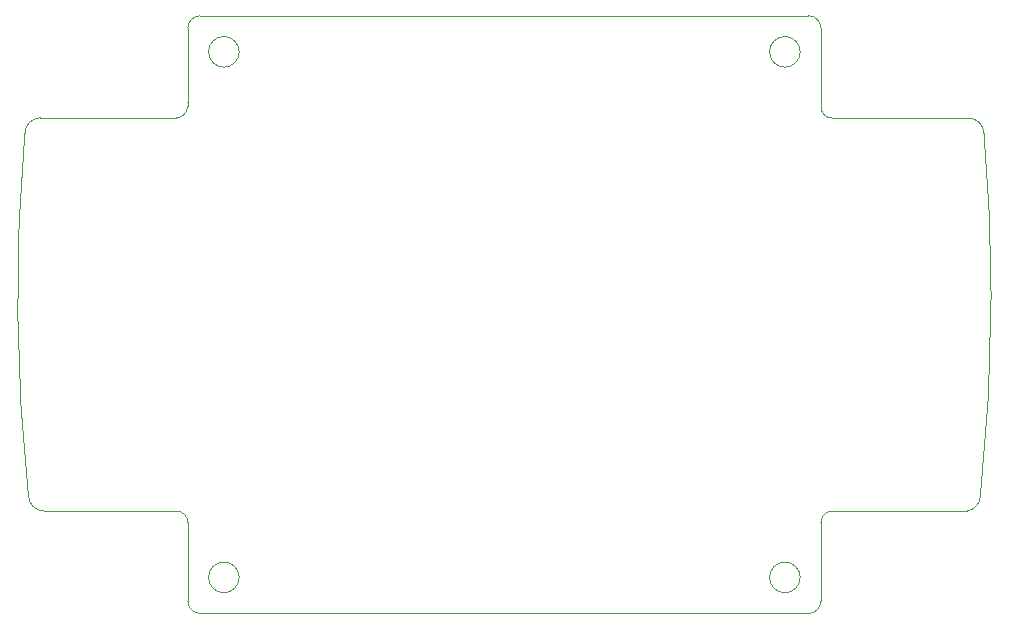
<source format=gko>
G04 Layer_Color=16711935*
%FSLAX44Y44*%
%MOMM*%
G71*
G01*
G75*
%ADD83C,0.1000*%
%ADD84C,0.1000*%
D83*
X955Y-10598D02*
G03*
X13955Y2402I0J13000D01*
G01*
D02*
G03*
X955Y15402I-13000J0D01*
G01*
D02*
G03*
X-12045Y2402I0J-13000D01*
G01*
D02*
G03*
X955Y-10598I13000J0D01*
G01*
X475955Y434402D02*
G03*
X488955Y447402I0J13000D01*
G01*
D02*
G03*
X475955Y460402I-13000J0D01*
G01*
D02*
G03*
X462955Y447402I0J-13000D01*
G01*
D02*
G03*
X475955Y434402I13000J0D01*
G01*
Y-10598D02*
G03*
X488955Y2402I0J13000D01*
G01*
D02*
G03*
X475955Y15402I-13000J0D01*
G01*
D02*
G03*
X462955Y2402I0J-13000D01*
G01*
D02*
G03*
X475955Y-10598I13000J0D01*
G01*
X955Y434402D02*
G03*
X13955Y447402I0J13000D01*
G01*
D02*
G03*
X955Y460402I-13000J0D01*
G01*
D02*
G03*
X-12045Y447402I0J-13000D01*
G01*
D02*
G03*
X955Y434402I13000J0D01*
G01*
X-164503Y71719D02*
G03*
X-151440Y58655I13203J138D01*
G01*
X-164519Y71802D02*
G03*
X-164503Y71719I501J54D01*
G01*
X-167576Y378350D02*
G03*
X-164519Y71802I1573578J-137596D01*
G01*
X-167501Y378575D02*
G03*
X-167576Y378350I426J-268D01*
G01*
X-154566Y391501D02*
G03*
X-167501Y378575I266J-13201D01*
G01*
X-154300Y391577D02*
G03*
X-154566Y391501I0J-504D01*
G01*
X-39295Y391577D02*
G03*
X-29799Y401073I0J9496D01*
G01*
X-29549Y401508D02*
G03*
X-29799Y401073I254J-435D01*
G01*
X-29549Y404622D02*
G03*
X-29549Y404617I504J0D01*
G01*
X-19045Y477906D02*
G03*
X-29549Y467402I0J-10504D01*
G01*
X506459D02*
G03*
X495955Y477906I-10504J0D01*
G01*
X506459Y400823D02*
G03*
X515950Y391327I9496J0D01*
G01*
D02*
G03*
X515955Y391327I5J9496D01*
G01*
Y391327D02*
G03*
X515950Y391327I0J-504D01*
G01*
X644501Y378398D02*
G03*
X631300Y391327I-13201J-275D01*
G01*
X644576Y378174D02*
G03*
X644501Y378398I-502J-44D01*
G01*
X650581Y240578D02*
G03*
X644576Y378174I-1579583J0D01*
G01*
X641519Y71625D02*
G03*
X650581Y240578I-1570521J168953D01*
G01*
X641503Y71543D02*
G03*
X641519Y71625I-485J137D01*
G01*
X630372Y58641D02*
G03*
X641503Y71543I-2071J13040D01*
G01*
X630000Y58477D02*
G03*
X630372Y58641I0J504D01*
G01*
X515955Y58477D02*
G03*
X515950Y58477I0J-9496D01*
G01*
D02*
G03*
X506459Y48981I5J-9496D01*
G01*
X495955Y-28102D02*
G03*
X506459Y-17598I0J10504D01*
G01*
X-29549D02*
G03*
X-19045Y-28102I10504J0D01*
G01*
X-29549Y48981D02*
G03*
X-29549Y48986I-9496J0D01*
G01*
D02*
G03*
X-39045Y58477I-9496J-5D01*
G01*
X-39411Y58635D02*
G03*
X-39045Y58477I366J346D01*
G01*
X-151440Y58655D02*
G03*
X-151300Y58635I140J484D01*
G01*
X-164519Y71802D02*
Y71802D01*
X-167576Y378350D02*
X-167576D01*
X-167501Y378575D02*
X-167501D01*
X-154300Y391577D02*
X-39295D01*
X-29549Y401508D02*
Y404622D01*
Y404617D02*
Y404622D01*
X-29549Y404622D02*
Y467402D01*
X-19045Y477906D02*
X495955D01*
X506459Y467402D02*
X506459D01*
X506459Y400823D02*
Y467402D01*
X515950Y391327D02*
X515955D01*
Y391327D02*
X631300D01*
X644501Y378398D02*
X644501D01*
X644576Y378174D02*
X644576D01*
X641519Y71625D02*
Y71625D01*
X515955Y58477D02*
X630000D01*
X515955D02*
Y58477D01*
X506459Y48981D02*
X506459Y-17598D01*
X-19045Y-28102D02*
X495955D01*
X-29549Y-17598D02*
Y48981D01*
X-29549D01*
X-151300Y58635D02*
X-39411D01*
D84*
X-29549Y404622D02*
D03*
M02*

</source>
